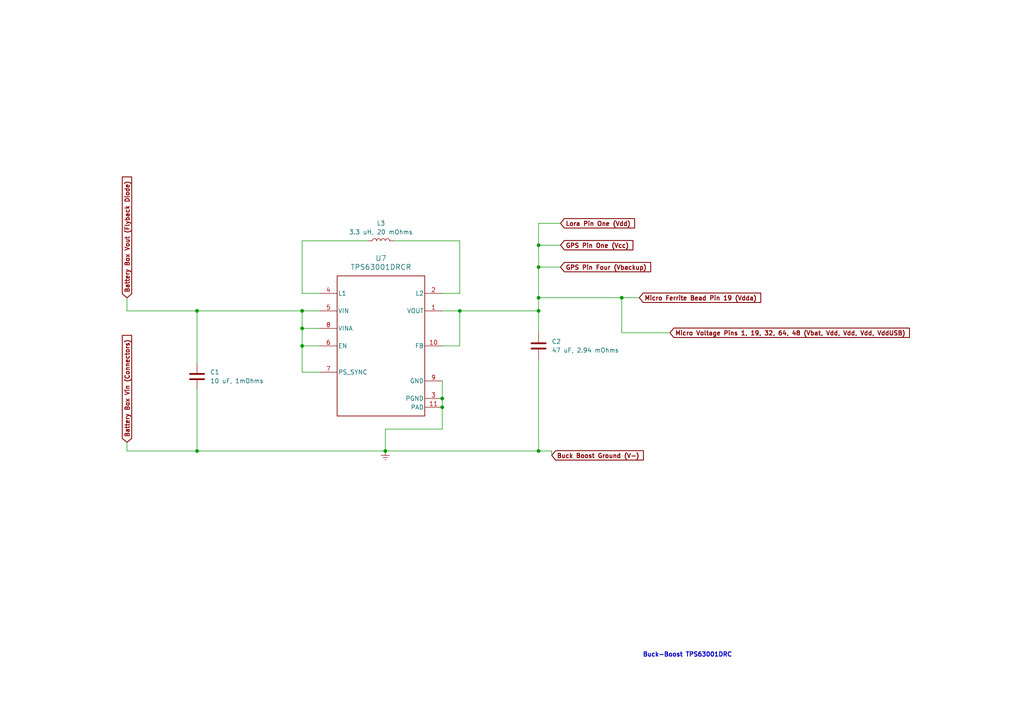
<source format=kicad_sch>
(kicad_sch
	(version 20231120)
	(generator "eeschema")
	(generator_version "8.0")
	(uuid "273d432a-4bc5-4720-9f59-554c80837d54")
	(paper "A4")
	(lib_symbols
		(symbol "Buck-Boost Chip:TPS63001DRCR"
			(pin_names
				(offset 0.254)
			)
			(exclude_from_sim no)
			(in_bom yes)
			(on_board yes)
			(property "Reference" "U"
				(at 0 2.54 0)
				(effects
					(font
						(size 1.524 1.524)
					)
				)
			)
			(property "Value" "TPS63001DRCR"
				(at 0 0 0)
				(effects
					(font
						(size 1.524 1.524)
					)
				)
			)
			(property "Footprint" "DRC0010J"
				(at 0 0 0)
				(effects
					(font
						(size 1.27 1.27)
						(italic yes)
					)
					(hide yes)
				)
			)
			(property "Datasheet" "TPS63001DRCR"
				(at 0 0 0)
				(effects
					(font
						(size 1.27 1.27)
						(italic yes)
					)
					(hide yes)
				)
			)
			(property "Description" ""
				(at 0 0 0)
				(effects
					(font
						(size 1.27 1.27)
					)
					(hide yes)
				)
			)
			(property "ki_locked" ""
				(at 0 0 0)
				(effects
					(font
						(size 1.27 1.27)
					)
				)
			)
			(property "ki_keywords" "TPS63001DRCR"
				(at 0 0 0)
				(effects
					(font
						(size 1.27 1.27)
					)
					(hide yes)
				)
			)
			(property "ki_fp_filters" "DRC0010J"
				(at 0 0 0)
				(effects
					(font
						(size 1.27 1.27)
					)
					(hide yes)
				)
			)
			(symbol "TPS63001DRCR_0_1"
				(polyline
					(pts
						(xy -12.7 -20.32) (xy 12.7 -20.32)
					)
					(stroke
						(width 0.2032)
						(type default)
					)
					(fill
						(type none)
					)
				)
				(polyline
					(pts
						(xy -12.7 20.32) (xy -12.7 -20.32)
					)
					(stroke
						(width 0.2032)
						(type default)
					)
					(fill
						(type none)
					)
				)
				(polyline
					(pts
						(xy 12.7 -20.32) (xy 12.7 20.32)
					)
					(stroke
						(width 0.2032)
						(type default)
					)
					(fill
						(type none)
					)
				)
				(polyline
					(pts
						(xy 12.7 20.32) (xy -12.7 20.32)
					)
					(stroke
						(width 0.2032)
						(type default)
					)
					(fill
						(type none)
					)
				)
				(pin power_in line
					(at 17.78 10.16 180)
					(length 5.08)
					(name "VOUT"
						(effects
							(font
								(size 1.27 1.27)
							)
						)
					)
					(number "1"
						(effects
							(font
								(size 1.27 1.27)
							)
						)
					)
				)
				(pin input line
					(at 17.78 0 180)
					(length 5.08)
					(name "FB"
						(effects
							(font
								(size 1.27 1.27)
							)
						)
					)
					(number "10"
						(effects
							(font
								(size 1.27 1.27)
							)
						)
					)
				)
				(pin power_in line
					(at 17.78 -17.78 180)
					(length 5.08)
					(name "PAD"
						(effects
							(font
								(size 1.27 1.27)
							)
						)
					)
					(number "11"
						(effects
							(font
								(size 1.27 1.27)
							)
						)
					)
				)
				(pin unspecified line
					(at 17.78 15.24 180)
					(length 5.08)
					(name "L2"
						(effects
							(font
								(size 1.27 1.27)
							)
						)
					)
					(number "2"
						(effects
							(font
								(size 1.27 1.27)
							)
						)
					)
				)
				(pin power_in line
					(at 17.78 -15.24 180)
					(length 5.08)
					(name "PGND"
						(effects
							(font
								(size 1.27 1.27)
							)
						)
					)
					(number "3"
						(effects
							(font
								(size 1.27 1.27)
							)
						)
					)
				)
				(pin unspecified line
					(at -17.78 15.24 0)
					(length 5.08)
					(name "L1"
						(effects
							(font
								(size 1.27 1.27)
							)
						)
					)
					(number "4"
						(effects
							(font
								(size 1.27 1.27)
							)
						)
					)
				)
				(pin power_in line
					(at -17.78 10.16 0)
					(length 5.08)
					(name "VIN"
						(effects
							(font
								(size 1.27 1.27)
							)
						)
					)
					(number "5"
						(effects
							(font
								(size 1.27 1.27)
							)
						)
					)
				)
				(pin input line
					(at -17.78 0 0)
					(length 5.08)
					(name "EN"
						(effects
							(font
								(size 1.27 1.27)
							)
						)
					)
					(number "6"
						(effects
							(font
								(size 1.27 1.27)
							)
						)
					)
				)
				(pin input line
					(at -17.78 -7.62 0)
					(length 5.08)
					(name "PS_SYNC"
						(effects
							(font
								(size 1.27 1.27)
							)
						)
					)
					(number "7"
						(effects
							(font
								(size 1.27 1.27)
							)
						)
					)
				)
				(pin power_in line
					(at -17.78 5.08 0)
					(length 5.08)
					(name "VINA"
						(effects
							(font
								(size 1.27 1.27)
							)
						)
					)
					(number "8"
						(effects
							(font
								(size 1.27 1.27)
							)
						)
					)
				)
				(pin power_in line
					(at 17.78 -10.16 180)
					(length 5.08)
					(name "GND"
						(effects
							(font
								(size 1.27 1.27)
							)
						)
					)
					(number "9"
						(effects
							(font
								(size 1.27 1.27)
							)
						)
					)
				)
			)
		)
		(symbol "Device:C"
			(pin_numbers hide)
			(pin_names
				(offset 0.254)
			)
			(exclude_from_sim no)
			(in_bom yes)
			(on_board yes)
			(property "Reference" "C"
				(at 0.635 2.54 0)
				(effects
					(font
						(size 1.27 1.27)
					)
					(justify left)
				)
			)
			(property "Value" "C"
				(at 0.635 -2.54 0)
				(effects
					(font
						(size 1.27 1.27)
					)
					(justify left)
				)
			)
			(property "Footprint" ""
				(at 0.9652 -3.81 0)
				(effects
					(font
						(size 1.27 1.27)
					)
					(hide yes)
				)
			)
			(property "Datasheet" "~"
				(at 0 0 0)
				(effects
					(font
						(size 1.27 1.27)
					)
					(hide yes)
				)
			)
			(property "Description" "Unpolarized capacitor"
				(at 0 0 0)
				(effects
					(font
						(size 1.27 1.27)
					)
					(hide yes)
				)
			)
			(property "ki_keywords" "cap capacitor"
				(at 0 0 0)
				(effects
					(font
						(size 1.27 1.27)
					)
					(hide yes)
				)
			)
			(property "ki_fp_filters" "C_*"
				(at 0 0 0)
				(effects
					(font
						(size 1.27 1.27)
					)
					(hide yes)
				)
			)
			(symbol "C_0_1"
				(polyline
					(pts
						(xy -2.032 -0.762) (xy 2.032 -0.762)
					)
					(stroke
						(width 0.508)
						(type default)
					)
					(fill
						(type none)
					)
				)
				(polyline
					(pts
						(xy -2.032 0.762) (xy 2.032 0.762)
					)
					(stroke
						(width 0.508)
						(type default)
					)
					(fill
						(type none)
					)
				)
			)
			(symbol "C_1_1"
				(pin passive line
					(at 0 3.81 270)
					(length 2.794)
					(name "~"
						(effects
							(font
								(size 1.27 1.27)
							)
						)
					)
					(number "1"
						(effects
							(font
								(size 1.27 1.27)
							)
						)
					)
				)
				(pin passive line
					(at 0 -3.81 90)
					(length 2.794)
					(name "~"
						(effects
							(font
								(size 1.27 1.27)
							)
						)
					)
					(number "2"
						(effects
							(font
								(size 1.27 1.27)
							)
						)
					)
				)
			)
		)
		(symbol "Device:L"
			(pin_numbers hide)
			(pin_names
				(offset 1.016) hide)
			(exclude_from_sim no)
			(in_bom yes)
			(on_board yes)
			(property "Reference" "L"
				(at -1.27 0 90)
				(effects
					(font
						(size 1.27 1.27)
					)
				)
			)
			(property "Value" "L"
				(at 1.905 0 90)
				(effects
					(font
						(size 1.27 1.27)
					)
				)
			)
			(property "Footprint" ""
				(at 0 0 0)
				(effects
					(font
						(size 1.27 1.27)
					)
					(hide yes)
				)
			)
			(property "Datasheet" "~"
				(at 0 0 0)
				(effects
					(font
						(size 1.27 1.27)
					)
					(hide yes)
				)
			)
			(property "Description" "Inductor"
				(at 0 0 0)
				(effects
					(font
						(size 1.27 1.27)
					)
					(hide yes)
				)
			)
			(property "ki_keywords" "inductor choke coil reactor magnetic"
				(at 0 0 0)
				(effects
					(font
						(size 1.27 1.27)
					)
					(hide yes)
				)
			)
			(property "ki_fp_filters" "Choke_* *Coil* Inductor_* L_*"
				(at 0 0 0)
				(effects
					(font
						(size 1.27 1.27)
					)
					(hide yes)
				)
			)
			(symbol "L_0_1"
				(arc
					(start 0 -2.54)
					(mid 0.6323 -1.905)
					(end 0 -1.27)
					(stroke
						(width 0)
						(type default)
					)
					(fill
						(type none)
					)
				)
				(arc
					(start 0 -1.27)
					(mid 0.6323 -0.635)
					(end 0 0)
					(stroke
						(width 0)
						(type default)
					)
					(fill
						(type none)
					)
				)
				(arc
					(start 0 0)
					(mid 0.6323 0.635)
					(end 0 1.27)
					(stroke
						(width 0)
						(type default)
					)
					(fill
						(type none)
					)
				)
				(arc
					(start 0 1.27)
					(mid 0.6323 1.905)
					(end 0 2.54)
					(stroke
						(width 0)
						(type default)
					)
					(fill
						(type none)
					)
				)
			)
			(symbol "L_1_1"
				(pin passive line
					(at 0 3.81 270)
					(length 1.27)
					(name "1"
						(effects
							(font
								(size 1.27 1.27)
							)
						)
					)
					(number "1"
						(effects
							(font
								(size 1.27 1.27)
							)
						)
					)
				)
				(pin passive line
					(at 0 -3.81 90)
					(length 1.27)
					(name "2"
						(effects
							(font
								(size 1.27 1.27)
							)
						)
					)
					(number "2"
						(effects
							(font
								(size 1.27 1.27)
							)
						)
					)
				)
			)
		)
		(symbol "power:Earth"
			(power)
			(pin_names
				(offset 0)
			)
			(exclude_from_sim no)
			(in_bom yes)
			(on_board yes)
			(property "Reference" "#PWR"
				(at 0 -6.35 0)
				(effects
					(font
						(size 1.27 1.27)
					)
					(hide yes)
				)
			)
			(property "Value" "Earth"
				(at 0 -3.81 0)
				(effects
					(font
						(size 1.27 1.27)
					)
					(hide yes)
				)
			)
			(property "Footprint" ""
				(at 0 0 0)
				(effects
					(font
						(size 1.27 1.27)
					)
					(hide yes)
				)
			)
			(property "Datasheet" "~"
				(at 0 0 0)
				(effects
					(font
						(size 1.27 1.27)
					)
					(hide yes)
				)
			)
			(property "Description" "Power symbol creates a global label with name \"Earth\""
				(at 0 0 0)
				(effects
					(font
						(size 1.27 1.27)
					)
					(hide yes)
				)
			)
			(property "ki_keywords" "global ground gnd"
				(at 0 0 0)
				(effects
					(font
						(size 1.27 1.27)
					)
					(hide yes)
				)
			)
			(symbol "Earth_0_1"
				(polyline
					(pts
						(xy -0.635 -1.905) (xy 0.635 -1.905)
					)
					(stroke
						(width 0)
						(type default)
					)
					(fill
						(type none)
					)
				)
				(polyline
					(pts
						(xy -0.127 -2.54) (xy 0.127 -2.54)
					)
					(stroke
						(width 0)
						(type default)
					)
					(fill
						(type none)
					)
				)
				(polyline
					(pts
						(xy 0 -1.27) (xy 0 0)
					)
					(stroke
						(width 0)
						(type default)
					)
					(fill
						(type none)
					)
				)
				(polyline
					(pts
						(xy 1.27 -1.27) (xy -1.27 -1.27)
					)
					(stroke
						(width 0)
						(type default)
					)
					(fill
						(type none)
					)
				)
			)
			(symbol "Earth_1_1"
				(pin power_in line
					(at 0 0 270)
					(length 0) hide
					(name "Earth"
						(effects
							(font
								(size 1.27 1.27)
							)
						)
					)
					(number "1"
						(effects
							(font
								(size 1.27 1.27)
							)
						)
					)
				)
			)
		)
	)
	(junction
		(at 57.15 130.81)
		(diameter 0)
		(color 0 0 0 0)
		(uuid "041aebdc-a50b-406f-a20b-f205929325b7")
	)
	(junction
		(at 156.21 130.81)
		(diameter 0)
		(color 0 0 0 0)
		(uuid "13e7b261-ed77-49ec-943f-3778ae692e75")
	)
	(junction
		(at 133.35 90.17)
		(diameter 0)
		(color 0 0 0 0)
		(uuid "1ad4c839-9378-4a92-b4df-1789165e7c02")
	)
	(junction
		(at 57.15 90.17)
		(diameter 0)
		(color 0 0 0 0)
		(uuid "24bd21fb-9421-4623-a323-d19423a58d1a")
	)
	(junction
		(at 180.34 86.36)
		(diameter 0)
		(color 0 0 0 0)
		(uuid "38c86ce6-8c45-460d-bdc2-e0da2590063d")
	)
	(junction
		(at 87.63 100.33)
		(diameter 0)
		(color 0 0 0 0)
		(uuid "4bf03ca5-1a19-47f5-af0d-73621e6ad7ed")
	)
	(junction
		(at 128.27 115.57)
		(diameter 0)
		(color 0 0 0 0)
		(uuid "83a1f696-1508-4033-bcba-a45a46478993")
	)
	(junction
		(at 111.76 130.81)
		(diameter 0)
		(color 0 0 0 0)
		(uuid "97aabc42-08fa-4107-b465-d53f63a51ba3")
	)
	(junction
		(at 128.27 118.11)
		(diameter 0)
		(color 0 0 0 0)
		(uuid "984cb1a1-a547-4816-b063-e3332739e20d")
	)
	(junction
		(at 156.21 86.36)
		(diameter 0)
		(color 0 0 0 0)
		(uuid "a28b5a99-d295-4df8-bca0-f493cc6b2847")
	)
	(junction
		(at 156.21 90.17)
		(diameter 0)
		(color 0 0 0 0)
		(uuid "a48f6b9a-673e-439f-be43-83d36e79e171")
	)
	(junction
		(at 156.21 77.47)
		(diameter 0)
		(color 0 0 0 0)
		(uuid "b1a11d3a-b4ee-4f18-aab2-0e53cb4d081c")
	)
	(junction
		(at 87.63 90.17)
		(diameter 0)
		(color 0 0 0 0)
		(uuid "b348c025-d88c-4ef1-9397-ea4d5a124b00")
	)
	(junction
		(at 156.21 71.12)
		(diameter 0)
		(color 0 0 0 0)
		(uuid "bf1e15dd-87dd-4e04-a92c-b2759680be41")
	)
	(junction
		(at 87.63 95.25)
		(diameter 0)
		(color 0 0 0 0)
		(uuid "df7ca937-4082-46d7-a4fa-2580834d3e7e")
	)
	(wire
		(pts
			(xy 87.63 107.95) (xy 92.71 107.95)
		)
		(stroke
			(width 0)
			(type default)
		)
		(uuid "00baab3e-d008-4640-b842-483f6e999db9")
	)
	(wire
		(pts
			(xy 36.83 128.27) (xy 36.83 130.81)
		)
		(stroke
			(width 0)
			(type default)
		)
		(uuid "09d1f097-d918-481d-871e-9be6d95024ef")
	)
	(wire
		(pts
			(xy 87.63 100.33) (xy 87.63 107.95)
		)
		(stroke
			(width 0)
			(type default)
		)
		(uuid "131e7c93-8418-4620-bb46-6d609d86011b")
	)
	(wire
		(pts
			(xy 180.34 86.36) (xy 185.42 86.36)
		)
		(stroke
			(width 0)
			(type default)
		)
		(uuid "170c8d0f-5e6e-4ae7-afef-523fb183aa47")
	)
	(wire
		(pts
			(xy 111.76 124.46) (xy 111.76 130.81)
		)
		(stroke
			(width 0)
			(type default)
		)
		(uuid "20ff918b-2038-4c9b-b1a2-4a0412402a1c")
	)
	(wire
		(pts
			(xy 57.15 113.03) (xy 57.15 130.81)
		)
		(stroke
			(width 0)
			(type default)
		)
		(uuid "2549b740-9e89-4518-a241-a5b3ecf2ac2a")
	)
	(wire
		(pts
			(xy 156.21 104.14) (xy 156.21 130.81)
		)
		(stroke
			(width 0)
			(type default)
		)
		(uuid "270693f9-e02f-456e-8269-a9b621646897")
	)
	(wire
		(pts
			(xy 156.21 90.17) (xy 156.21 86.36)
		)
		(stroke
			(width 0)
			(type default)
		)
		(uuid "2feb6f9a-3b86-4301-a9e4-73b23565a5fd")
	)
	(wire
		(pts
			(xy 92.71 85.09) (xy 87.63 85.09)
		)
		(stroke
			(width 0)
			(type default)
		)
		(uuid "3239ab0b-aa90-42ad-af7f-fbc05221631e")
	)
	(wire
		(pts
			(xy 128.27 85.09) (xy 133.35 85.09)
		)
		(stroke
			(width 0)
			(type default)
		)
		(uuid "33a9a193-206a-4ea5-9ed0-f56fb09cfb6c")
	)
	(wire
		(pts
			(xy 57.15 130.81) (xy 111.76 130.81)
		)
		(stroke
			(width 0)
			(type default)
		)
		(uuid "3536e237-8919-49b3-929a-d22d67bd3e14")
	)
	(wire
		(pts
			(xy 57.15 130.81) (xy 36.83 130.81)
		)
		(stroke
			(width 0)
			(type default)
		)
		(uuid "3ada277d-746c-436e-be3f-7ad46dd840d6")
	)
	(wire
		(pts
			(xy 128.27 110.49) (xy 128.27 115.57)
		)
		(stroke
			(width 0)
			(type default)
		)
		(uuid "4414d6c1-05e8-4536-9eee-103ba38356a6")
	)
	(wire
		(pts
			(xy 128.27 124.46) (xy 111.76 124.46)
		)
		(stroke
			(width 0)
			(type default)
		)
		(uuid "45550c3b-313a-45a2-b6dd-cea617a563ff")
	)
	(wire
		(pts
			(xy 156.21 71.12) (xy 162.56 71.12)
		)
		(stroke
			(width 0)
			(type default)
		)
		(uuid "50911f90-a7b2-49b0-961e-9ce81782f165")
	)
	(wire
		(pts
			(xy 180.34 96.52) (xy 194.31 96.52)
		)
		(stroke
			(width 0)
			(type default)
		)
		(uuid "53ffd440-67c6-4735-b6f3-37ab9698b3df")
	)
	(wire
		(pts
			(xy 128.27 115.57) (xy 128.27 118.11)
		)
		(stroke
			(width 0)
			(type default)
		)
		(uuid "57b30bd1-43a3-493b-a600-9229d055b559")
	)
	(wire
		(pts
			(xy 156.21 130.81) (xy 111.76 130.81)
		)
		(stroke
			(width 0)
			(type default)
		)
		(uuid "6e4d4f17-f022-493f-b911-5de26695c2b6")
	)
	(wire
		(pts
			(xy 160.02 130.81) (xy 160.02 132.08)
		)
		(stroke
			(width 0)
			(type default)
		)
		(uuid "76b2b8a5-1973-4a27-adfb-8f84f1725552")
	)
	(wire
		(pts
			(xy 133.35 90.17) (xy 133.35 100.33)
		)
		(stroke
			(width 0)
			(type default)
		)
		(uuid "7c3777ff-89e1-4630-8d5c-588085038c39")
	)
	(wire
		(pts
			(xy 87.63 69.85) (xy 106.68 69.85)
		)
		(stroke
			(width 0)
			(type default)
		)
		(uuid "7cb99b0f-820a-4468-a838-396879c4f587")
	)
	(wire
		(pts
			(xy 156.21 86.36) (xy 180.34 86.36)
		)
		(stroke
			(width 0)
			(type default)
		)
		(uuid "860cf027-ee83-4d95-a727-9776642b1c72")
	)
	(wire
		(pts
			(xy 57.15 105.41) (xy 57.15 90.17)
		)
		(stroke
			(width 0)
			(type default)
		)
		(uuid "8ba3bc7e-d2ca-47fe-bfd4-91fb72e5dc4c")
	)
	(wire
		(pts
			(xy 133.35 69.85) (xy 114.3 69.85)
		)
		(stroke
			(width 0)
			(type default)
		)
		(uuid "922eced3-9937-4024-9a1a-4bd855b533b8")
	)
	(wire
		(pts
			(xy 87.63 85.09) (xy 87.63 69.85)
		)
		(stroke
			(width 0)
			(type default)
		)
		(uuid "92831719-7455-45f2-9101-ab43bc639f6f")
	)
	(wire
		(pts
			(xy 87.63 95.25) (xy 92.71 95.25)
		)
		(stroke
			(width 0)
			(type default)
		)
		(uuid "93c304bd-d583-479f-99be-6ce8f377f2d1")
	)
	(wire
		(pts
			(xy 133.35 90.17) (xy 156.21 90.17)
		)
		(stroke
			(width 0)
			(type default)
		)
		(uuid "957013a5-aad7-4668-89c1-b2ccb1c1ce88")
	)
	(wire
		(pts
			(xy 156.21 64.77) (xy 162.56 64.77)
		)
		(stroke
			(width 0)
			(type default)
		)
		(uuid "95fd66b6-556f-414b-b6d6-b3f6e99ba7c4")
	)
	(wire
		(pts
			(xy 128.27 90.17) (xy 133.35 90.17)
		)
		(stroke
			(width 0)
			(type default)
		)
		(uuid "98a64ac6-5063-4d56-980d-bf3752a9e7e2")
	)
	(wire
		(pts
			(xy 133.35 85.09) (xy 133.35 69.85)
		)
		(stroke
			(width 0)
			(type default)
		)
		(uuid "994ede2d-070b-458f-937f-55f3678c76c5")
	)
	(wire
		(pts
			(xy 180.34 86.36) (xy 180.34 96.52)
		)
		(stroke
			(width 0)
			(type default)
		)
		(uuid "a3982e02-d2d2-4d99-a5da-24aad6650f15")
	)
	(wire
		(pts
			(xy 36.83 90.17) (xy 57.15 90.17)
		)
		(stroke
			(width 0)
			(type default)
		)
		(uuid "a4ef3114-0e01-4d57-a8ab-a48336cfc943")
	)
	(wire
		(pts
			(xy 128.27 100.33) (xy 133.35 100.33)
		)
		(stroke
			(width 0)
			(type default)
		)
		(uuid "a603ce45-e3d1-49db-96bd-8e11e5e85ba5")
	)
	(wire
		(pts
			(xy 156.21 90.17) (xy 156.21 96.52)
		)
		(stroke
			(width 0)
			(type default)
		)
		(uuid "a7cc4252-042e-4c58-b49f-7812c3621806")
	)
	(wire
		(pts
			(xy 87.63 90.17) (xy 92.71 90.17)
		)
		(stroke
			(width 0)
			(type default)
		)
		(uuid "a9044a70-1edd-4105-a0ab-f88823e8f267")
	)
	(wire
		(pts
			(xy 156.21 130.81) (xy 160.02 130.81)
		)
		(stroke
			(width 0)
			(type default)
		)
		(uuid "ae651d59-f019-4163-9bc5-f0ea6488f6ab")
	)
	(wire
		(pts
			(xy 156.21 77.47) (xy 162.56 77.47)
		)
		(stroke
			(width 0)
			(type default)
		)
		(uuid "aebd537f-15e3-4cbf-9c24-e509e37cdbdb")
	)
	(wire
		(pts
			(xy 87.63 95.25) (xy 87.63 100.33)
		)
		(stroke
			(width 0)
			(type default)
		)
		(uuid "b9f05efa-de83-400b-8273-dbf9bec784c0")
	)
	(wire
		(pts
			(xy 57.15 90.17) (xy 87.63 90.17)
		)
		(stroke
			(width 0)
			(type default)
		)
		(uuid "cb12e170-eae8-4cf1-afaa-3e7c136e725b")
	)
	(wire
		(pts
			(xy 156.21 71.12) (xy 156.21 64.77)
		)
		(stroke
			(width 0)
			(type default)
		)
		(uuid "d1a1e074-5791-4751-89d6-91b923a320ba")
	)
	(wire
		(pts
			(xy 87.63 100.33) (xy 92.71 100.33)
		)
		(stroke
			(width 0)
			(type default)
		)
		(uuid "d5fc5a0c-8285-4c8f-984a-60551b9542a5")
	)
	(wire
		(pts
			(xy 36.83 86.36) (xy 36.83 90.17)
		)
		(stroke
			(width 0)
			(type default)
		)
		(uuid "d8bea08d-e607-4c32-913d-ab4906dab24e")
	)
	(wire
		(pts
			(xy 128.27 118.11) (xy 128.27 124.46)
		)
		(stroke
			(width 0)
			(type default)
		)
		(uuid "da43c48f-1539-48df-9497-7991dd1e4bf3")
	)
	(wire
		(pts
			(xy 156.21 77.47) (xy 156.21 71.12)
		)
		(stroke
			(width 0)
			(type default)
		)
		(uuid "eb3720b4-9d82-4d02-ae2e-6f8663048e31")
	)
	(wire
		(pts
			(xy 87.63 90.17) (xy 87.63 95.25)
		)
		(stroke
			(width 0)
			(type default)
		)
		(uuid "f37e6dbb-d7dd-4ca3-ad8c-a579dadcd7fd")
	)
	(wire
		(pts
			(xy 156.21 86.36) (xy 156.21 77.47)
		)
		(stroke
			(width 0)
			(type default)
		)
		(uuid "f9ff76a9-799b-4b63-9acd-bd3cd4bfe041")
	)
	(text "Buck-Boost TPS63001DRC\n"
		(exclude_from_sim no)
		(at 199.39 189.992 0)
		(effects
			(font
				(size 1.27 1.27)
				(thickness 0.254)
				(bold yes)
			)
		)
		(uuid "f718fd76-3981-4ca0-99e6-70ec09c47470")
	)
	(global_label "Micro Ferrite Bead Pin 19 (Vdda)"
		(shape input)
		(at 185.42 86.36 0)
		(fields_autoplaced yes)
		(effects
			(font
				(size 1.27 1.27)
				(bold yes)
			)
			(justify left)
		)
		(uuid "0b7ffc43-bb4b-47e8-9f3c-0777bc502377")
		(property "Intersheetrefs" "${INTERSHEET_REFS}"
			(at 221.2963 86.36 0)
			(effects
				(font
					(size 1.27 1.27)
				)
				(justify left)
				(hide yes)
			)
		)
	)
	(global_label "Battery Box Vout (Flyback Diode)"
		(shape input)
		(at 36.83 86.36 90)
		(fields_autoplaced yes)
		(effects
			(font
				(size 1.27 1.27)
				(bold yes)
			)
			(justify left)
		)
		(uuid "2c91b2f9-a1df-4981-bc1f-a3d7e0c87ce9")
		(property "Intersheetrefs" "${INTERSHEET_REFS}"
			(at 36.83 50.6653 90)
			(effects
				(font
					(size 1.27 1.27)
				)
				(justify left)
				(hide yes)
			)
		)
	)
	(global_label "Battery Box Vin (Connectors)"
		(shape input)
		(at 36.83 128.27 90)
		(fields_autoplaced yes)
		(effects
			(font
				(size 1.27 1.27)
				(bold yes)
			)
			(justify left)
		)
		(uuid "42534b97-5048-4bcd-858c-a8f35854a4c4")
		(property "Intersheetrefs" "${INTERSHEET_REFS}"
			(at 36.83 96.6271 90)
			(effects
				(font
					(size 1.27 1.27)
				)
				(justify left)
				(hide yes)
			)
		)
	)
	(global_label "Buck Boost Ground (V-)"
		(shape input)
		(at 160.02 132.08 0)
		(fields_autoplaced yes)
		(effects
			(font
				(size 1.27 1.27)
				(bold yes)
			)
			(justify left)
		)
		(uuid "610bf9c3-0a7a-4720-9654-5cee6c5a26d9")
		(property "Intersheetrefs" "${INTERSHEET_REFS}"
			(at 187.2481 132.08 0)
			(effects
				(font
					(size 1.27 1.27)
				)
				(justify left)
				(hide yes)
			)
		)
	)
	(global_label "Micro Voltage Pins 1, 19, 32, 64, 48 (Vbat, Vdd, Vdd, Vdd, VddUSB)"
		(shape input)
		(at 194.31 96.52 0)
		(fields_autoplaced yes)
		(effects
			(font
				(size 1.27 1.27)
				(bold yes)
			)
			(justify left)
		)
		(uuid "849b246e-813c-4134-aba1-36ec8b54b94a")
		(property "Intersheetrefs" "${INTERSHEET_REFS}"
			(at 264.4154 96.52 0)
			(effects
				(font
					(size 1.27 1.27)
				)
				(justify left)
				(hide yes)
			)
		)
	)
	(global_label "GPS Pin Four (Vbackup)"
		(shape input)
		(at 162.56 77.47 0)
		(fields_autoplaced yes)
		(effects
			(font
				(size 1.27 1.27)
				(bold yes)
			)
			(justify left)
		)
		(uuid "9b46f6b4-b5fb-4f8c-b223-e29a5d68409f")
		(property "Intersheetrefs" "${INTERSHEET_REFS}"
			(at 189.3648 77.47 0)
			(effects
				(font
					(size 1.27 1.27)
				)
				(justify left)
				(hide yes)
			)
		)
	)
	(global_label "Lora Pin One (Vdd)"
		(shape input)
		(at 162.56 64.77 0)
		(fields_autoplaced yes)
		(effects
			(font
				(size 1.27 1.27)
				(bold yes)
			)
			(justify left)
		)
		(uuid "a25fc5f0-b0d8-445e-adf3-d1ac4e76e86f")
		(property "Intersheetrefs" "${INTERSHEET_REFS}"
			(at 184.7082 64.77 0)
			(effects
				(font
					(size 1.27 1.27)
				)
				(justify left)
				(hide yes)
			)
		)
	)
	(global_label "GPS Pin One (Vcc)"
		(shape input)
		(at 162.56 71.12 0)
		(fields_autoplaced yes)
		(effects
			(font
				(size 1.27 1.27)
				(bold yes)
			)
			(justify left)
		)
		(uuid "f5d4ab40-61a0-4e62-a8fe-f664f1c06aa5")
		(property "Intersheetrefs" "${INTERSHEET_REFS}"
			(at 184.2246 71.12 0)
			(effects
				(font
					(size 1.27 1.27)
				)
				(justify left)
				(hide yes)
			)
		)
	)
	(symbol
		(lib_id "Device:C")
		(at 156.21 100.33 0)
		(unit 1)
		(exclude_from_sim no)
		(in_bom yes)
		(on_board yes)
		(dnp no)
		(fields_autoplaced yes)
		(uuid "18245a41-cbb4-49b3-8866-a3060e787b49")
		(property "Reference" "C2"
			(at 160.02 99.0599 0)
			(effects
				(font
					(size 1.27 1.27)
				)
				(justify left)
			)
		)
		(property "Value" "47 uF, 2.94 mOhms"
			(at 160.02 101.5999 0)
			(effects
				(font
					(size 1.27 1.27)
				)
				(justify left)
			)
		)
		(property "Footprint" ""
			(at 157.1752 104.14 0)
			(effects
				(font
					(size 1.27 1.27)
				)
				(hide yes)
			)
		)
		(property "Datasheet" "~"
			(at 156.21 100.33 0)
			(effects
				(font
					(size 1.27 1.27)
				)
				(hide yes)
			)
		)
		(property "Description" ""
			(at 156.21 100.33 0)
			(effects
				(font
					(size 1.27 1.27)
				)
				(hide yes)
			)
		)
		(pin "1"
			(uuid "4161f273-0883-4dff-ae1e-135b0dde95c7")
		)
		(pin "2"
			(uuid "60d9a01c-d889-4777-b695-d62ea473ae77")
		)
		(instances
			(project "PCB desing"
				(path "/eb9a8801-b205-4599-90e8-b0089b4de1f9/d1b18d40-22b1-4c43-a62b-141a1593bdb1"
					(reference "C2")
					(unit 1)
				)
			)
		)
	)
	(symbol
		(lib_id "power:Earth")
		(at 111.76 130.81 0)
		(unit 1)
		(exclude_from_sim no)
		(in_bom yes)
		(on_board yes)
		(dnp no)
		(fields_autoplaced yes)
		(uuid "2373f1ec-09b5-433d-8141-2e69e3a7caac")
		(property "Reference" "#PWR07"
			(at 111.76 137.16 0)
			(effects
				(font
					(size 1.27 1.27)
				)
				(hide yes)
			)
		)
		(property "Value" "Earth"
			(at 111.76 134.62 0)
			(effects
				(font
					(size 1.27 1.27)
				)
				(hide yes)
			)
		)
		(property "Footprint" ""
			(at 111.76 130.81 0)
			(effects
				(font
					(size 1.27 1.27)
				)
				(hide yes)
			)
		)
		(property "Datasheet" "~"
			(at 111.76 130.81 0)
			(effects
				(font
					(size 1.27 1.27)
				)
				(hide yes)
			)
		)
		(property "Description" ""
			(at 111.76 130.81 0)
			(effects
				(font
					(size 1.27 1.27)
				)
				(hide yes)
			)
		)
		(pin "1"
			(uuid "cb168977-7963-4a3a-9c87-39a95f65171d")
		)
		(instances
			(project "PCB desing"
				(path "/eb9a8801-b205-4599-90e8-b0089b4de1f9/d1b18d40-22b1-4c43-a62b-141a1593bdb1"
					(reference "#PWR07")
					(unit 1)
				)
			)
		)
	)
	(symbol
		(lib_id "Device:C")
		(at 57.15 109.22 0)
		(unit 1)
		(exclude_from_sim no)
		(in_bom yes)
		(on_board yes)
		(dnp no)
		(fields_autoplaced yes)
		(uuid "9c903415-db34-4caa-97fa-caba42d93fc3")
		(property "Reference" "C1"
			(at 60.96 107.9499 0)
			(effects
				(font
					(size 1.27 1.27)
				)
				(justify left)
			)
		)
		(property "Value" "10 uF, 1mOhms"
			(at 60.96 110.4899 0)
			(effects
				(font
					(size 1.27 1.27)
				)
				(justify left)
			)
		)
		(property "Footprint" ""
			(at 58.1152 113.03 0)
			(effects
				(font
					(size 1.27 1.27)
				)
				(hide yes)
			)
		)
		(property "Datasheet" "~"
			(at 57.15 109.22 0)
			(effects
				(font
					(size 1.27 1.27)
				)
				(hide yes)
			)
		)
		(property "Description" ""
			(at 57.15 109.22 0)
			(effects
				(font
					(size 1.27 1.27)
				)
				(hide yes)
			)
		)
		(pin "1"
			(uuid "9d527366-11c8-4c72-a192-99fca4983e34")
		)
		(pin "2"
			(uuid "702a20d6-9dbe-487c-a479-c91c47437c55")
		)
		(instances
			(project "PCB desing"
				(path "/eb9a8801-b205-4599-90e8-b0089b4de1f9/d1b18d40-22b1-4c43-a62b-141a1593bdb1"
					(reference "C1")
					(unit 1)
				)
			)
		)
	)
	(symbol
		(lib_id "Device:L")
		(at 110.49 69.85 90)
		(unit 1)
		(exclude_from_sim no)
		(in_bom yes)
		(on_board yes)
		(dnp no)
		(uuid "e7bb5320-24fa-444f-8493-9d552761c457")
		(property "Reference" "L3"
			(at 110.49 64.77 90)
			(effects
				(font
					(size 1.27 1.27)
				)
			)
		)
		(property "Value" "3.3 uH, 20 mOhms"
			(at 110.49 67.31 90)
			(effects
				(font
					(size 1.27 1.27)
				)
			)
		)
		(property "Footprint" ""
			(at 110.49 69.85 0)
			(effects
				(font
					(size 1.27 1.27)
				)
				(hide yes)
			)
		)
		(property "Datasheet" "~"
			(at 110.49 69.85 0)
			(effects
				(font
					(size 1.27 1.27)
				)
				(hide yes)
			)
		)
		(property "Description" ""
			(at 110.49 69.85 0)
			(effects
				(font
					(size 1.27 1.27)
				)
				(hide yes)
			)
		)
		(pin "1"
			(uuid "20919e54-51d8-4ede-9188-d89c98bb31be")
		)
		(pin "2"
			(uuid "bc45da84-5040-4959-98de-a5d1089d8118")
		)
		(instances
			(project "PCB desing"
				(path "/eb9a8801-b205-4599-90e8-b0089b4de1f9/d1b18d40-22b1-4c43-a62b-141a1593bdb1"
					(reference "L3")
					(unit 1)
				)
			)
		)
	)
	(symbol
		(lib_id "Buck-Boost Chip:TPS63001DRCR")
		(at 110.49 100.33 0)
		(unit 1)
		(exclude_from_sim no)
		(in_bom yes)
		(on_board yes)
		(dnp no)
		(fields_autoplaced yes)
		(uuid "eb7f0515-d9ef-46ad-a9ef-a20964dc09e8")
		(property "Reference" "U7"
			(at 110.49 74.93 0)
			(effects
				(font
					(size 1.524 1.524)
				)
			)
		)
		(property "Value" "TPS63001DRCR"
			(at 110.49 77.47 0)
			(effects
				(font
					(size 1.524 1.524)
				)
			)
		)
		(property "Footprint" "Buck-Boost:DRC0010J"
			(at 110.49 100.33 0)
			(effects
				(font
					(size 1.27 1.27)
					(italic yes)
				)
				(hide yes)
			)
		)
		(property "Datasheet" "TPS63001DRCR"
			(at 110.49 100.33 0)
			(effects
				(font
					(size 1.27 1.27)
					(italic yes)
				)
				(hide yes)
			)
		)
		(property "Description" ""
			(at 110.49 100.33 0)
			(effects
				(font
					(size 1.27 1.27)
				)
				(hide yes)
			)
		)
		(pin "11"
			(uuid "e202b04a-4c85-42ba-9268-5820e05c0920")
		)
		(pin "9"
			(uuid "e24c6b19-5f9c-4741-9f9f-25376a47c01a")
		)
		(pin "8"
			(uuid "0506be4f-4163-4439-bedc-8b1480759898")
		)
		(pin "3"
			(uuid "b07f50d2-d09e-4e27-8395-4d936207e420")
		)
		(pin "2"
			(uuid "e385545d-7211-4be5-ac31-da405e698df9")
		)
		(pin "6"
			(uuid "fd2606e1-af84-45cc-b593-6df746d025c8")
		)
		(pin "5"
			(uuid "678bac09-f39a-4990-96d7-fbc809e778c3")
		)
		(pin "4"
			(uuid "16a94033-7e6a-4def-95a4-c6563b7e2ab8")
		)
		(pin "10"
			(uuid "b9577cdc-7ef3-4e18-9d74-b2c96ffda47a")
		)
		(pin "7"
			(uuid "3881f8cd-cfde-428c-92cc-c8e6401657a4")
		)
		(pin "1"
			(uuid "035bdd76-58ff-4852-9754-e6784196b10c")
		)
		(instances
			(project "PCB desing"
				(path "/eb9a8801-b205-4599-90e8-b0089b4de1f9/d1b18d40-22b1-4c43-a62b-141a1593bdb1"
					(reference "U7")
					(unit 1)
				)
			)
		)
	)
)

</source>
